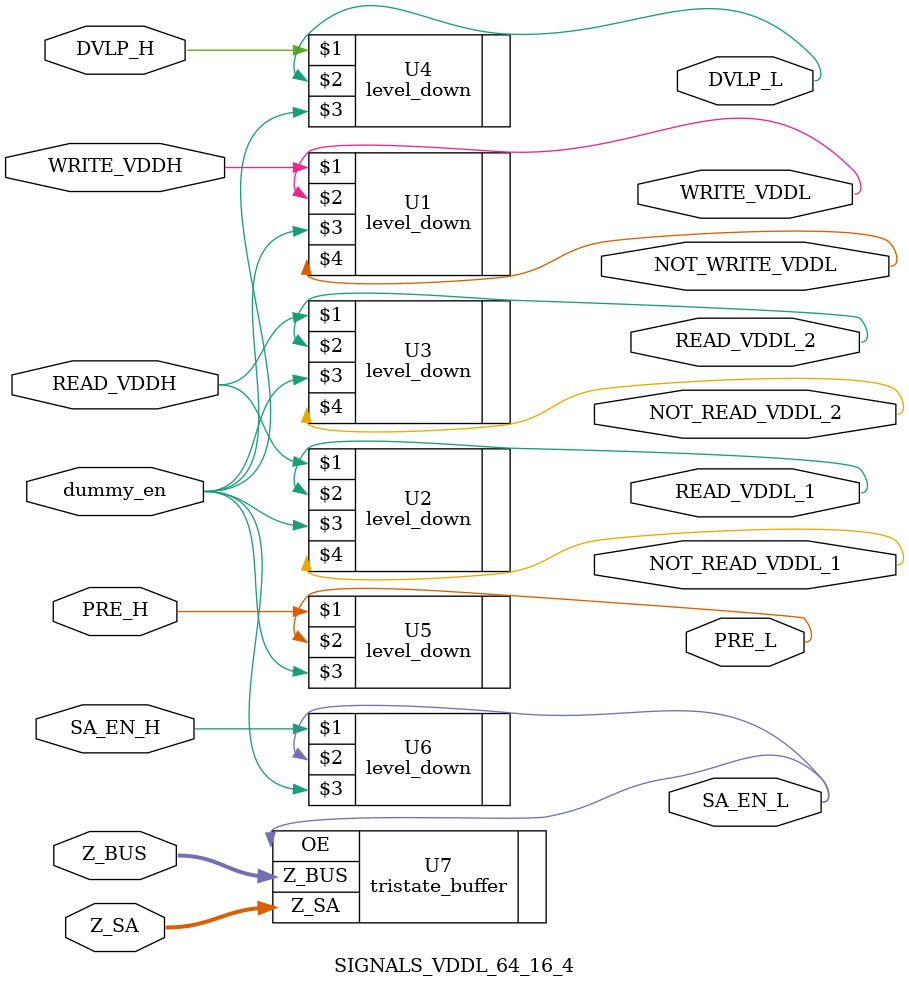
<source format=v>


`include "/ibe/users/da220/Cadence/WORK_TSMC180FORTE/DIGITAL/rtl/level_down/level_down.v"
`include "/ibe/users/da220/Cadence/WORK_TSMC180FORTE/DIGITAL/rtl/tristate_buffer/tristate_buffer.v"

// NAME MODIFIED //
module SIGNALS_VDDL_64_16_4(
// END MODIFY NAME //
WRITE_VDDH,
READ_VDDH,
DVLP_H,
PRE_H,
SA_EN_H,
dummy_en,
WRITE_VDDL,
NOT_WRITE_VDDL,
READ_VDDL_1,
NOT_READ_VDDL_1,
READ_VDDL_2,
NOT_READ_VDDL_2,
DVLP_L,
PRE_L,
Z_SA,
//Z_WR,
Z_BUS,
SA_EN_L,
);

// SKILL MODIFICATIONS //
parameter B_SIZE = 4;
// END OF SKILL MODIFICATION //

// Inputs
input	WRITE_VDDH;
input	READ_VDDH;
input	DVLP_H;
input	PRE_H;
input	SA_EN_H;
input	dummy_en;

// Input Ouput
inout	[B_SIZE-1:0] Z_SA;
//inout	[B_SIZE-1:0] Z_WR;
inout	[B_SIZE-1:0] Z_BUS;

// Outputs
output	WRITE_VDDL;
output	NOT_WRITE_VDDL;
output	READ_VDDL_1;
output	NOT_READ_VDDL_1;
output	READ_VDDL_2;
output	NOT_READ_VDDL_2;
output 	DVLP_L;
output	PRE_L;
output	SA_EN_L;

// Wires
wire	WRITE_VDDH;
wire	READ_VDDH;
wire	DVLP_H;
wire	PRE_H;
wire	SA_EN_H;
wire	dummy_en;
wire	WRITE_VDDL;
wire	NOT_WRITE_VDDL;
wire	READ_VDDL_1;
wire	NOT_READ_VDDL_1;
wire	READ_VDDL_2;
wire	NOT_READ_VDDL_2;
wire 	DVLP_L;
wire	PRE_L;
wire	SA_EN_L;
wire	[B_SIZE-1:0] Z_BUS;
wire	[B_SIZE-1:0] Z_SA;
//wire	[B_SIZE-1:0] Z_WR;



level_down U1(WRITE_VDDH, WRITE_VDDL, dummy_en, NOT_WRITE_VDDL);
level_down U2(READ_VDDH, READ_VDDL_1, dummy_en, NOT_READ_VDDL_1);
level_down U3(READ_VDDH, READ_VDDL_2, dummy_en, NOT_READ_VDDL_2);
level_down U4(DVLP_H, DVLP_L, dummy_en,);
level_down U5(PRE_H, PRE_L, dummy_en,);
level_down U6(SA_EN_H, SA_EN_L, dummy_en,);
tristate_buffer #(B_SIZE) U7(
.Z_SA	(Z_SA),
//.Z_WR	(Z_WR),
.Z_BUS	(Z_BUS),
.OE		(SA_EN_L)
);

endmodule
</source>
